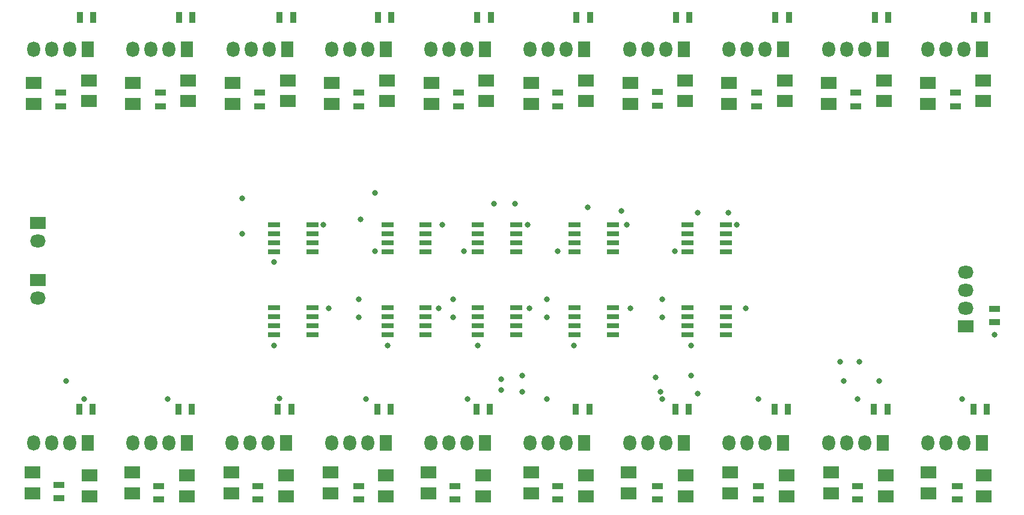
<source format=gts>
G04*
G04 #@! TF.GenerationSoftware,Altium Limited,Altium Designer,20.0.1 (14)*
G04*
G04 Layer_Color=8388736*
%FSLAX44Y44*%
%MOMM*%
G71*
G01*
G75*
%ADD17R,0.9000X1.5000*%
%ADD18R,1.5000X0.9000*%
%ADD19R,2.3000X1.7000*%
%ADD20R,1.7500X0.8000*%
%ADD21O,2.2000X1.8000*%
%ADD22R,2.2000X1.8000*%
%ADD23O,1.8000X2.2000*%
%ADD24R,1.8000X2.2000*%
%ADD25C,0.8000*%
D17*
X1353990Y1175000D02*
D03*
X1372990D02*
D03*
X1213990D02*
D03*
X1232990D02*
D03*
X1092990D02*
D03*
X1073990D02*
D03*
X933990D02*
D03*
X952990D02*
D03*
X812990D02*
D03*
X793990D02*
D03*
X653990D02*
D03*
X672990D02*
D03*
X532990D02*
D03*
X513990D02*
D03*
X375500D02*
D03*
X394500D02*
D03*
X252990D02*
D03*
X233990D02*
D03*
X93990D02*
D03*
X112990D02*
D03*
X1372000Y622500D02*
D03*
X1353000D02*
D03*
X1213000D02*
D03*
X1232000D02*
D03*
X812000D02*
D03*
X793000D02*
D03*
X653000D02*
D03*
X672000D02*
D03*
X1092000D02*
D03*
X1073000D02*
D03*
X933000D02*
D03*
X952000D02*
D03*
X532000D02*
D03*
X513000D02*
D03*
X373000D02*
D03*
X392000D02*
D03*
X252000D02*
D03*
X233000D02*
D03*
X93000D02*
D03*
X112000D02*
D03*
D18*
X1382500Y764500D02*
D03*
Y745500D02*
D03*
X1327500Y1068510D02*
D03*
Y1049510D02*
D03*
X1187500D02*
D03*
Y1068510D02*
D03*
X1047500D02*
D03*
Y1049510D02*
D03*
X907500Y1050500D02*
D03*
Y1069500D02*
D03*
X767500Y1068510D02*
D03*
Y1049510D02*
D03*
X627500D02*
D03*
Y1068510D02*
D03*
X487500D02*
D03*
Y1049510D02*
D03*
X347500D02*
D03*
Y1068510D02*
D03*
X207500D02*
D03*
Y1049510D02*
D03*
X67500D02*
D03*
Y1068510D02*
D03*
X1330000Y495500D02*
D03*
Y514500D02*
D03*
X1190000D02*
D03*
Y495500D02*
D03*
X767500D02*
D03*
Y514500D02*
D03*
X622500D02*
D03*
Y495500D02*
D03*
X1050000D02*
D03*
Y514500D02*
D03*
X907500D02*
D03*
Y495500D02*
D03*
X487500D02*
D03*
Y514500D02*
D03*
X345000D02*
D03*
Y495500D02*
D03*
X205000D02*
D03*
Y514500D02*
D03*
X65000Y516000D02*
D03*
Y497000D02*
D03*
D19*
X1289001Y1082250D02*
D03*
Y1052750D02*
D03*
X1149001D02*
D03*
Y1082250D02*
D03*
X1009001D02*
D03*
Y1052750D02*
D03*
X870000D02*
D03*
Y1082250D02*
D03*
X730000D02*
D03*
Y1052750D02*
D03*
X589250D02*
D03*
Y1082250D02*
D03*
X449001D02*
D03*
Y1052750D02*
D03*
X309001D02*
D03*
Y1082250D02*
D03*
X169001D02*
D03*
Y1052750D02*
D03*
X29001D02*
D03*
Y1082250D02*
D03*
X1290000Y504250D02*
D03*
Y533750D02*
D03*
X1152500D02*
D03*
Y504250D02*
D03*
X730000Y504240D02*
D03*
Y533740D02*
D03*
X585000D02*
D03*
Y504240D02*
D03*
X1010000Y504250D02*
D03*
Y533750D02*
D03*
X867500Y533740D02*
D03*
Y504240D02*
D03*
X447500D02*
D03*
Y533740D02*
D03*
X307500D02*
D03*
Y504240D02*
D03*
X167500D02*
D03*
Y533740D02*
D03*
X27500Y533750D02*
D03*
Y504250D02*
D03*
X1366998Y1056750D02*
D03*
Y1086250D02*
D03*
X1226999D02*
D03*
Y1056750D02*
D03*
X1086999D02*
D03*
Y1086250D02*
D03*
X946999D02*
D03*
Y1056750D02*
D03*
X806999D02*
D03*
Y1086250D02*
D03*
X666999D02*
D03*
Y1056750D02*
D03*
X526998D02*
D03*
Y1086250D02*
D03*
X386998D02*
D03*
Y1056750D02*
D03*
X246999D02*
D03*
Y1086250D02*
D03*
X106999D02*
D03*
Y1056750D02*
D03*
X1367500Y529750D02*
D03*
Y500250D02*
D03*
X1230000D02*
D03*
Y529750D02*
D03*
X807500Y529740D02*
D03*
Y500240D02*
D03*
X662500D02*
D03*
Y529740D02*
D03*
X1090000Y529750D02*
D03*
Y500250D02*
D03*
X947500D02*
D03*
Y529750D02*
D03*
X525000Y529740D02*
D03*
Y500240D02*
D03*
X385000D02*
D03*
Y529740D02*
D03*
X245000D02*
D03*
Y500240D02*
D03*
X107500D02*
D03*
Y529740D02*
D03*
D20*
X950000Y882700D02*
D03*
Y870000D02*
D03*
Y857300D02*
D03*
Y844600D02*
D03*
X1004000Y882700D02*
D03*
Y870000D02*
D03*
Y857300D02*
D03*
Y844600D02*
D03*
X845000D02*
D03*
Y857300D02*
D03*
Y870000D02*
D03*
Y882700D02*
D03*
X791000Y844600D02*
D03*
Y857300D02*
D03*
Y870000D02*
D03*
Y882700D02*
D03*
X655000D02*
D03*
Y870000D02*
D03*
Y857300D02*
D03*
Y844600D02*
D03*
X709000Y882700D02*
D03*
Y870000D02*
D03*
Y857300D02*
D03*
Y844600D02*
D03*
X581500D02*
D03*
Y857300D02*
D03*
Y870000D02*
D03*
Y882700D02*
D03*
X527500Y844600D02*
D03*
Y857300D02*
D03*
Y870000D02*
D03*
Y882700D02*
D03*
X367500D02*
D03*
Y870000D02*
D03*
Y857300D02*
D03*
Y844600D02*
D03*
X421500Y882700D02*
D03*
Y870000D02*
D03*
Y857300D02*
D03*
Y844600D02*
D03*
X1004000Y727600D02*
D03*
Y740300D02*
D03*
Y753000D02*
D03*
Y765700D02*
D03*
X950000Y727600D02*
D03*
Y740300D02*
D03*
Y753000D02*
D03*
Y765700D02*
D03*
X655000D02*
D03*
Y753000D02*
D03*
Y740300D02*
D03*
Y727600D02*
D03*
X709000Y765700D02*
D03*
Y753000D02*
D03*
Y740300D02*
D03*
Y727600D02*
D03*
X845000D02*
D03*
Y740300D02*
D03*
Y753000D02*
D03*
Y765700D02*
D03*
X791000Y727600D02*
D03*
Y740300D02*
D03*
Y753000D02*
D03*
Y765700D02*
D03*
X527500D02*
D03*
Y753000D02*
D03*
Y740300D02*
D03*
Y727600D02*
D03*
X581500Y765700D02*
D03*
Y753000D02*
D03*
Y740300D02*
D03*
Y727600D02*
D03*
X421500D02*
D03*
Y740300D02*
D03*
Y753000D02*
D03*
Y765700D02*
D03*
X367500Y727600D02*
D03*
Y740300D02*
D03*
Y753000D02*
D03*
Y765700D02*
D03*
D21*
X35000Y859800D02*
D03*
Y779600D02*
D03*
X1342500Y765000D02*
D03*
Y790400D02*
D03*
Y815800D02*
D03*
D22*
X35000Y885200D02*
D03*
Y805000D02*
D03*
X1342500Y739600D02*
D03*
D23*
X1288800Y1130000D02*
D03*
X1314200D02*
D03*
X1339600D02*
D03*
X1148800D02*
D03*
X1174200D02*
D03*
X1199600D02*
D03*
X1059600D02*
D03*
X1034200D02*
D03*
X1008800D02*
D03*
X868800D02*
D03*
X894200D02*
D03*
X919600D02*
D03*
X779600D02*
D03*
X754200D02*
D03*
X728800D02*
D03*
X588800D02*
D03*
X614200D02*
D03*
X639600D02*
D03*
X499600D02*
D03*
X474200D02*
D03*
X448800D02*
D03*
X310310D02*
D03*
X335710D02*
D03*
X361110D02*
D03*
X219600D02*
D03*
X194200D02*
D03*
X168800D02*
D03*
X28800D02*
D03*
X54200D02*
D03*
X79600D02*
D03*
X79600Y575000D02*
D03*
X54200D02*
D03*
X28800D02*
D03*
X168800D02*
D03*
X194200D02*
D03*
X219600D02*
D03*
X359600D02*
D03*
X334200D02*
D03*
X308800D02*
D03*
X448800D02*
D03*
X474200D02*
D03*
X499600D02*
D03*
X919600D02*
D03*
X894200D02*
D03*
X868800D02*
D03*
X1008800D02*
D03*
X1034200D02*
D03*
X1059600D02*
D03*
X639600D02*
D03*
X614200D02*
D03*
X588800D02*
D03*
X728800D02*
D03*
X754200D02*
D03*
X779600D02*
D03*
X1199600D02*
D03*
X1174200D02*
D03*
X1148800D02*
D03*
X1288800D02*
D03*
X1314200D02*
D03*
X1339600D02*
D03*
D24*
X1365000Y1130000D02*
D03*
X1225000D02*
D03*
X1085000D02*
D03*
X945000D02*
D03*
X805000D02*
D03*
X665000D02*
D03*
X525000D02*
D03*
X386510D02*
D03*
X245000D02*
D03*
X105000D02*
D03*
X105000Y575000D02*
D03*
X245000D02*
D03*
X385000D02*
D03*
X525000D02*
D03*
X945000D02*
D03*
X1085000D02*
D03*
X665000D02*
D03*
X805000D02*
D03*
X1225000D02*
D03*
X1365000D02*
D03*
D25*
X75000Y662500D02*
D03*
X510000Y845000D02*
D03*
X487500Y777500D02*
D03*
Y752500D02*
D03*
X635000Y845000D02*
D03*
X620000Y777500D02*
D03*
Y752500D02*
D03*
X767500Y845000D02*
D03*
X752500Y777500D02*
D03*
Y752500D02*
D03*
X932500Y845000D02*
D03*
X915000Y777500D02*
D03*
Y752500D02*
D03*
X527500Y712500D02*
D03*
X655000D02*
D03*
X790000D02*
D03*
X955000D02*
D03*
X367500D02*
D03*
Y830000D02*
D03*
X1337500Y637500D02*
D03*
X640000D02*
D03*
X1382500Y727500D02*
D03*
X1020000Y882500D02*
D03*
X865000D02*
D03*
X490000Y890000D02*
D03*
X437500Y882500D02*
D03*
X725000D02*
D03*
X605000D02*
D03*
X375250Y637750D02*
D03*
X217500Y637500D02*
D03*
X445000Y765000D02*
D03*
X600000D02*
D03*
X727500D02*
D03*
X870000D02*
D03*
X1032500D02*
D03*
X1190000Y637500D02*
D03*
X1050000D02*
D03*
X915000D02*
D03*
X752500D02*
D03*
X497500D02*
D03*
X717500Y647500D02*
D03*
X100000Y637500D02*
D03*
X965000Y900000D02*
D03*
X1007500D02*
D03*
X810000Y907500D02*
D03*
X857500Y902500D02*
D03*
X677500Y912500D02*
D03*
X707500D02*
D03*
X510000Y927500D02*
D03*
X322500Y870000D02*
D03*
Y920000D02*
D03*
X1192500Y690000D02*
D03*
X1220000Y662500D02*
D03*
X1165000Y690000D02*
D03*
X1170000Y662500D02*
D03*
X955000Y670000D02*
D03*
X965000Y645000D02*
D03*
X905000Y667500D02*
D03*
X912500Y647500D02*
D03*
X717500Y670000D02*
D03*
X687500Y665000D02*
D03*
Y650000D02*
D03*
M02*

</source>
